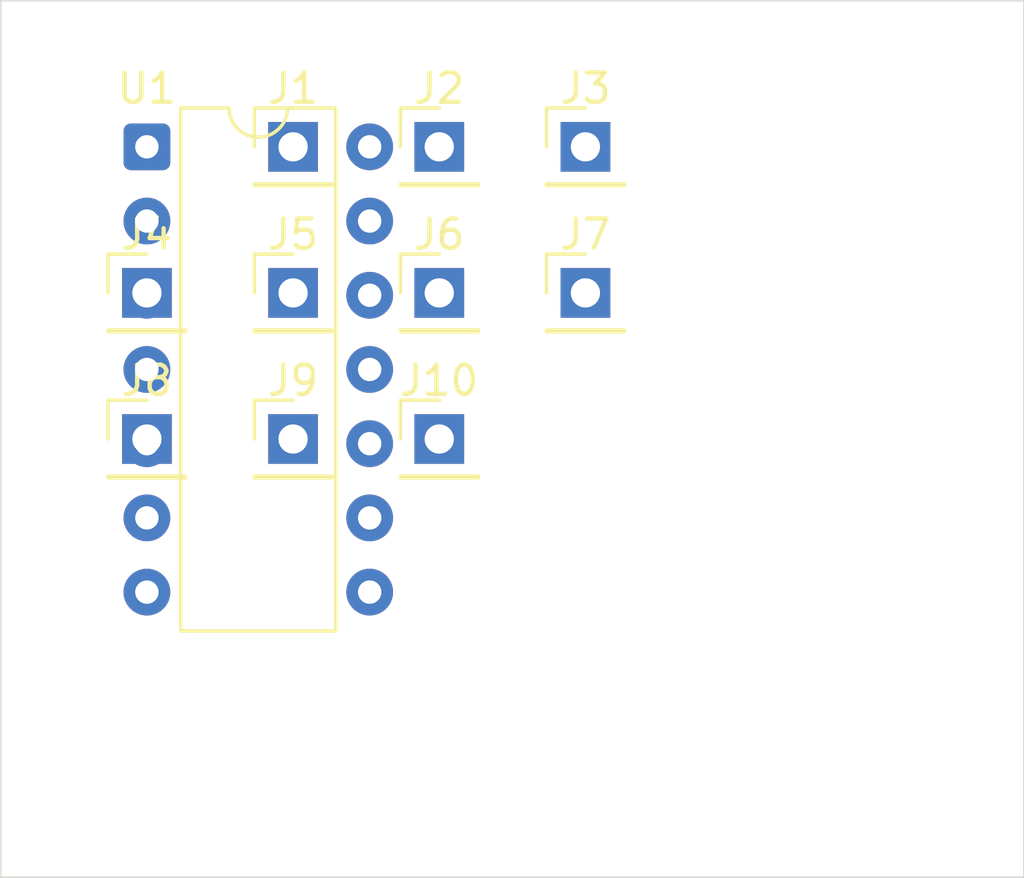
<source format=kicad_pcb>
(kicad_pcb (version 20241229) (generator "pcbnew") (generator_version "9.0")
  (layers (0 "F.Cu" signal) (2 "B.Cu" signal) (13 "F.Paste" user) (15 "B.Paste" user) (5 "F.SilkS" user "F.Silkscreen") (7 "B.SilkS" user "B.Silkscreen") (1 "F.Mask" user) (3 "B.Mask" user) (25 "Edge.Cuts" user))
  (net 0 "")
  (footprint "Package_DIP:DIP-14_W7.62mm" (layer "F.Cu") (at 5.0 5.0)
    (property "Reference" "U1" (at 0 -2 0) (layer "F.SilkS") (effects (font (size 1.0 1.0))))
    (property "Value" "TL074")
    (fp_line (start 1.16 -1.33) (end 1.16 16.57) (stroke (width 0.12)) (layer "F.SilkS"))
    (fp_line (start 1.16 16.57) (end 6.46 16.57) (stroke (width 0.12)) (layer "F.SilkS"))
    (fp_line (start 2.81 -1.33) (end 1.16 -1.33) (stroke (width 0.12)) (layer "F.SilkS"))
    (fp_line (start 6.46 -1.33) (end 4.81 -1.33) (stroke (width 0.12)) (layer "F.SilkS"))
    (fp_line (start 6.46 16.57) (end 6.46 -1.33) (stroke (width 0.12)) (layer "F.SilkS"))
    (fp_arc (start 4.81 -1.33) (mid 3.81 -0.33) (end 2.81 -1.33) (stroke (width 0.12)) (layer "F.SilkS"))
    (pad "1" thru_hole roundrect (size 1.6 1.6) (layers "*.Cu" "*.Mask") (drill 0.8) (roundrect_rratio 0.15625))
    (pad "2" thru_hole circle (at 0.0 2.54) (size 1.6 1.6) (layers "*.Cu" "*.Mask") (drill 0.8))
    (pad "3" thru_hole circle (at 0.0 5.08) (size 1.6 1.6) (layers "*.Cu" "*.Mask") (drill 0.8))
    (pad "4" thru_hole circle (at 0.0 7.62) (size 1.6 1.6) (layers "*.Cu" "*.Mask") (drill 0.8))
    (pad "5" thru_hole circle (at 0.0 10.16) (size 1.6 1.6) (layers "*.Cu" "*.Mask") (drill 0.8))
    (pad "6" thru_hole circle (at 0.0 12.7) (size 1.6 1.6) (layers "*.Cu" "*.Mask") (drill 0.8))
    (pad "7" thru_hole circle (at 0.0 15.24) (size 1.6 1.6) (layers "*.Cu" "*.Mask") (drill 0.8))
    (pad "8" thru_hole circle (at 7.62 15.24) (size 1.6 1.6) (layers "*.Cu" "*.Mask") (drill 0.8))
    (pad "9" thru_hole circle (at 7.62 12.7) (size 1.6 1.6) (layers "*.Cu" "*.Mask") (drill 0.8))
    (pad "10" thru_hole circle (at 7.62 10.16) (size 1.6 1.6) (layers "*.Cu" "*.Mask") (drill 0.8))
    (pad "11" thru_hole circle (at 7.62 7.62) (size 1.6 1.6) (layers "*.Cu" "*.Mask") (drill 0.8))
    (pad "12" thru_hole circle (at 7.62 5.08) (size 1.6 1.6) (layers "*.Cu" "*.Mask") (drill 0.8))
    (pad "13" thru_hole circle (at 7.62 2.54) (size 1.6 1.6) (layers "*.Cu" "*.Mask") (drill 0.8))
    (pad "14" thru_hole circle (at 7.62 0.0) (size 1.6 1.6) (layers "*.Cu" "*.Mask") (drill 0.8))
  )
  (footprint "Connector_PinHeader_2.54mm:PinHeader_1x01_P2.54mm_Vertical" (layer "F.Cu") (at 10.0 5.0)
    (property "Reference" "J1" (at 0 -2 0) (layer "F.SilkS") (effects (font (size 1.0 1.0))))
    (property "Value" "INPUT_A")
    (fp_line (start -1.33 -1.33) (end 0.0 -1.33) (stroke (width 0.12)) (layer "F.SilkS"))
    (fp_line (start -1.33 0.0) (end -1.33 -1.33) (stroke (width 0.12)) (layer "F.SilkS"))
    (fp_line (start -1.33 1.27) (end -1.33 1.33) (stroke (width 0.12)) (layer "F.SilkS"))
    (fp_line (start -1.33 1.27) (end 1.33 1.27) (stroke (width 0.12)) (layer "F.SilkS"))
    (fp_line (start -1.33 1.33) (end 1.33 1.33) (stroke (width 0.12)) (layer "F.SilkS"))
    (fp_line (start 1.33 1.27) (end 1.33 1.33) (stroke (width 0.12)) (layer "F.SilkS"))
    (pad "1" thru_hole rect (size 1.7 1.7) (layers "*.Cu" "*.Mask") (drill 1.0))
  )
  (footprint "Connector_PinHeader_2.54mm:PinHeader_1x01_P2.54mm_Vertical" (layer "F.Cu") (at 15.0 5.0)
    (property "Reference" "J2" (at 0 -2 0) (layer "F.SilkS") (effects (font (size 1.0 1.0))))
    (property "Value" "INPUT_B")
    (fp_line (start -1.33 -1.33) (end 0.0 -1.33) (stroke (width 0.12)) (layer "F.SilkS"))
    (fp_line (start -1.33 0.0) (end -1.33 -1.33) (stroke (width 0.12)) (layer "F.SilkS"))
    (fp_line (start -1.33 1.27) (end -1.33 1.33) (stroke (width 0.12)) (layer "F.SilkS"))
    (fp_line (start -1.33 1.27) (end 1.33 1.27) (stroke (width 0.12)) (layer "F.SilkS"))
    (fp_line (start -1.33 1.33) (end 1.33 1.33) (stroke (width 0.12)) (layer "F.SilkS"))
    (fp_line (start 1.33 1.27) (end 1.33 1.33) (stroke (width 0.12)) (layer "F.SilkS"))
    (pad "1" thru_hole rect (size 1.7 1.7) (layers "*.Cu" "*.Mask") (drill 1.0))
  )
  (footprint "Connector_PinHeader_2.54mm:PinHeader_1x01_P2.54mm_Vertical" (layer "F.Cu") (at 20.0 5.0)
    (property "Reference" "J3" (at 0 -2 0) (layer "F.SilkS") (effects (font (size 1.0 1.0))))
    (property "Value" "INPUT_C")
    (fp_line (start -1.33 -1.33) (end 0.0 -1.33) (stroke (width 0.12)) (layer "F.SilkS"))
    (fp_line (start -1.33 0.0) (end -1.33 -1.33) (stroke (width 0.12)) (layer "F.SilkS"))
    (fp_line (start -1.33 1.27) (end -1.33 1.33) (stroke (width 0.12)) (layer "F.SilkS"))
    (fp_line (start -1.33 1.27) (end 1.33 1.27) (stroke (width 0.12)) (layer "F.SilkS"))
    (fp_line (start -1.33 1.33) (end 1.33 1.33) (stroke (width 0.12)) (layer "F.SilkS"))
    (fp_line (start 1.33 1.27) (end 1.33 1.33) (stroke (width 0.12)) (layer "F.SilkS"))
    (pad "1" thru_hole rect (size 1.7 1.7) (layers "*.Cu" "*.Mask") (drill 1.0))
  )
  (footprint "Connector_PinHeader_2.54mm:PinHeader_1x01_P2.54mm_Vertical" (layer "F.Cu") (at 5.0 10.0)
    (property "Reference" "J4" (at 0 -2 0) (layer "F.SilkS") (effects (font (size 1.0 1.0))))
    (property "Value" "INPUT_D")
    (fp_line (start -1.33 -1.33) (end 0.0 -1.33) (stroke (width 0.12)) (layer "F.SilkS"))
    (fp_line (start -1.33 0.0) (end -1.33 -1.33) (stroke (width 0.12)) (layer "F.SilkS"))
    (fp_line (start -1.33 1.27) (end -1.33 1.33) (stroke (width 0.12)) (layer "F.SilkS"))
    (fp_line (start -1.33 1.27) (end 1.33 1.27) (stroke (width 0.12)) (layer "F.SilkS"))
    (fp_line (start -1.33 1.33) (end 1.33 1.33) (stroke (width 0.12)) (layer "F.SilkS"))
    (fp_line (start 1.33 1.27) (end 1.33 1.33) (stroke (width 0.12)) (layer "F.SilkS"))
    (pad "1" thru_hole rect (size 1.7 1.7) (layers "*.Cu" "*.Mask") (drill 1.0))
  )
  (footprint "Connector_PinHeader_2.54mm:PinHeader_1x01_P2.54mm_Vertical" (layer "F.Cu") (at 10.0 10.0)
    (property "Reference" "J5" (at 0 -2 0) (layer "F.SilkS") (effects (font (size 1.0 1.0))))
    (property "Value" "OUTPUT_A")
    (fp_line (start -1.33 -1.33) (end 0.0 -1.33) (stroke (width 0.12)) (layer "F.SilkS"))
    (fp_line (start -1.33 0.0) (end -1.33 -1.33) (stroke (width 0.12)) (layer "F.SilkS"))
    (fp_line (start -1.33 1.27) (end -1.33 1.33) (stroke (width 0.12)) (layer "F.SilkS"))
    (fp_line (start -1.33 1.27) (end 1.33 1.27) (stroke (width 0.12)) (layer "F.SilkS"))
    (fp_line (start -1.33 1.33) (end 1.33 1.33) (stroke (width 0.12)) (layer "F.SilkS"))
    (fp_line (start 1.33 1.27) (end 1.33 1.33) (stroke (width 0.12)) (layer "F.SilkS"))
    (pad "1" thru_hole rect (size 1.7 1.7) (layers "*.Cu" "*.Mask") (drill 1.0))
  )
  (footprint "Connector_PinHeader_2.54mm:PinHeader_1x01_P2.54mm_Vertical" (layer "F.Cu") (at 15.0 10.0)
    (property "Reference" "J6" (at 0 -2 0) (layer "F.SilkS") (effects (font (size 1.0 1.0))))
    (property "Value" "OUTPUT_B")
    (fp_line (start -1.33 -1.33) (end 0.0 -1.33) (stroke (width 0.12)) (layer "F.SilkS"))
    (fp_line (start -1.33 0.0) (end -1.33 -1.33) (stroke (width 0.12)) (layer "F.SilkS"))
    (fp_line (start -1.33 1.27) (end -1.33 1.33) (stroke (width 0.12)) (layer "F.SilkS"))
    (fp_line (start -1.33 1.27) (end 1.33 1.27) (stroke (width 0.12)) (layer "F.SilkS"))
    (fp_line (start -1.33 1.33) (end 1.33 1.33) (stroke (width 0.12)) (layer "F.SilkS"))
    (fp_line (start 1.33 1.27) (end 1.33 1.33) (stroke (width 0.12)) (layer "F.SilkS"))
    (pad "1" thru_hole rect (size 1.7 1.7) (layers "*.Cu" "*.Mask") (drill 1.0))
  )
  (footprint "Connector_PinHeader_2.54mm:PinHeader_1x01_P2.54mm_Vertical" (layer "F.Cu") (at 20.0 10.0)
    (property "Reference" "J7" (at 0 -2 0) (layer "F.SilkS") (effects (font (size 1.0 1.0))))
    (property "Value" "OUTPUT_C")
    (fp_line (start -1.33 -1.33) (end 0.0 -1.33) (stroke (width 0.12)) (layer "F.SilkS"))
    (fp_line (start -1.33 0.0) (end -1.33 -1.33) (stroke (width 0.12)) (layer "F.SilkS"))
    (fp_line (start -1.33 1.27) (end -1.33 1.33) (stroke (width 0.12)) (layer "F.SilkS"))
    (fp_line (start -1.33 1.27) (end 1.33 1.27) (stroke (width 0.12)) (layer "F.SilkS"))
    (fp_line (start -1.33 1.33) (end 1.33 1.33) (stroke (width 0.12)) (layer "F.SilkS"))
    (fp_line (start 1.33 1.27) (end 1.33 1.33) (stroke (width 0.12)) (layer "F.SilkS"))
    (pad "1" thru_hole rect (size 1.7 1.7) (layers "*.Cu" "*.Mask") (drill 1.0))
  )
  (footprint "Connector_PinHeader_2.54mm:PinHeader_1x01_P2.54mm_Vertical" (layer "F.Cu") (at 5.0 15.0)
    (property "Reference" "J8" (at 0 -2 0) (layer "F.SilkS") (effects (font (size 1.0 1.0))))
    (property "Value" "OUTPUT_D")
    (fp_line (start -1.33 -1.33) (end 0.0 -1.33) (stroke (width 0.12)) (layer "F.SilkS"))
    (fp_line (start -1.33 0.0) (end -1.33 -1.33) (stroke (width 0.12)) (layer "F.SilkS"))
    (fp_line (start -1.33 1.27) (end -1.33 1.33) (stroke (width 0.12)) (layer "F.SilkS"))
    (fp_line (start -1.33 1.27) (end 1.33 1.27) (stroke (width 0.12)) (layer "F.SilkS"))
    (fp_line (start -1.33 1.33) (end 1.33 1.33) (stroke (width 0.12)) (layer "F.SilkS"))
    (fp_line (start 1.33 1.27) (end 1.33 1.33) (stroke (width 0.12)) (layer "F.SilkS"))
    (pad "1" thru_hole rect (size 1.7 1.7) (layers "*.Cu" "*.Mask") (drill 1.0))
  )
  (footprint "Connector_PinHeader_2.54mm:PinHeader_1x01_P2.54mm_Vertical" (layer "F.Cu") (at 10.0 15.0)
    (property "Reference" "J9" (at 0 -2 0) (layer "F.SilkS") (effects (font (size 1.0 1.0))))
    (property "Value" "VCC")
    (fp_line (start -1.33 -1.33) (end 0.0 -1.33) (stroke (width 0.12)) (layer "F.SilkS"))
    (fp_line (start -1.33 0.0) (end -1.33 -1.33) (stroke (width 0.12)) (layer "F.SilkS"))
    (fp_line (start -1.33 1.27) (end -1.33 1.33) (stroke (width 0.12)) (layer "F.SilkS"))
    (fp_line (start -1.33 1.27) (end 1.33 1.27) (stroke (width 0.12)) (layer "F.SilkS"))
    (fp_line (start -1.33 1.33) (end 1.33 1.33) (stroke (width 0.12)) (layer "F.SilkS"))
    (fp_line (start 1.33 1.27) (end 1.33 1.33) (stroke (width 0.12)) (layer "F.SilkS"))
    (pad "1" thru_hole rect (size 1.7 1.7) (layers "*.Cu" "*.Mask") (drill 1.0))
  )
  (footprint "Connector_PinHeader_2.54mm:PinHeader_1x01_P2.54mm_Vertical" (layer "F.Cu") (at 15.0 15.0)
    (property "Reference" "J10" (at 0 -2 0) (layer "F.SilkS") (effects (font (size 1.0 1.0))))
    (property "Value" "GND")
    (fp_line (start -1.33 -1.33) (end 0.0 -1.33) (stroke (width 0.12)) (layer "F.SilkS"))
    (fp_line (start -1.33 0.0) (end -1.33 -1.33) (stroke (width 0.12)) (layer "F.SilkS"))
    (fp_line (start -1.33 1.27) (end -1.33 1.33) (stroke (width 0.12)) (layer "F.SilkS"))
    (fp_line (start -1.33 1.27) (end 1.33 1.27) (stroke (width 0.12)) (layer "F.SilkS"))
    (fp_line (start -1.33 1.33) (end 1.33 1.33) (stroke (width 0.12)) (layer "F.SilkS"))
    (fp_line (start 1.33 1.27) (end 1.33 1.33) (stroke (width 0.12)) (layer "F.SilkS"))
    (pad "1" thru_hole rect (size 1.7 1.7) (layers "*.Cu" "*.Mask") (drill 1.0))
  )
  (gr_rect (start 0 0) (end 35.0 30.0) (stroke (width 0.05)) (fill no) (layer "Edge.Cuts"))
)
</source>
